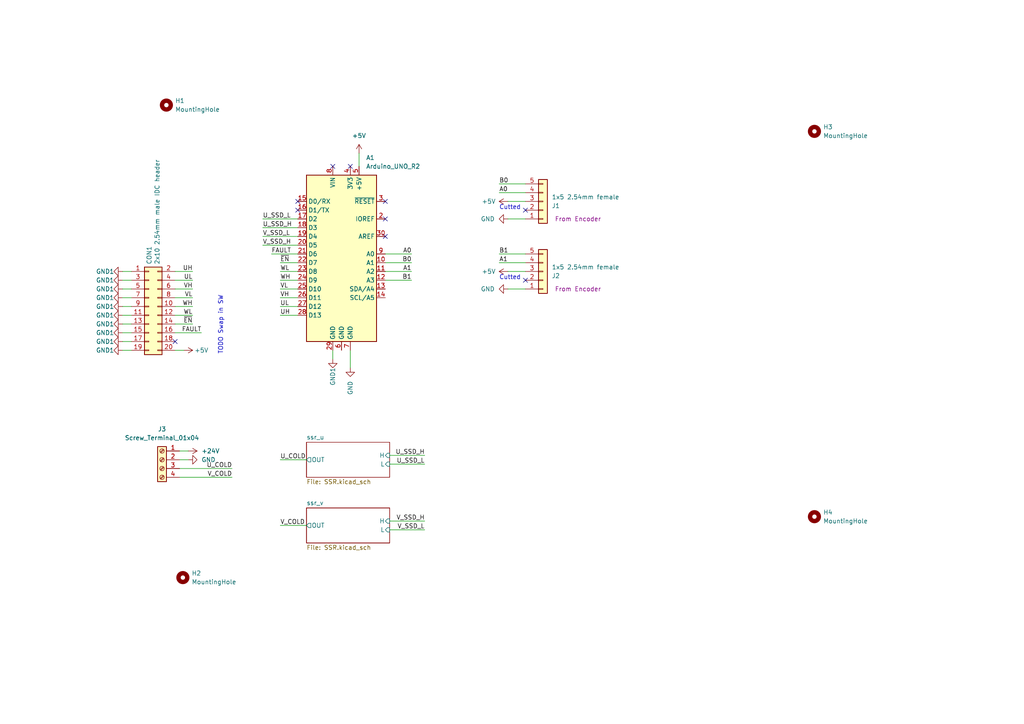
<source format=kicad_sch>
(kicad_sch (version 20211123) (generator eeschema)
  (paper "A4")
  (lib_symbols
    (symbol "Connector:Screw_Terminal_01x04" (pin_names (offset 1.016) hide)
      (property "Reference" "J" (at 0 5.08 0))
      (property "Value" "Screw_Terminal_01x04" (at 0 -7.62 0))
      (symbol "Screw_Terminal_01x04_1_1"
        (rectangle (start -1.27 3.81) (end 1.27 -6.35) (stroke (width 0.254)) (fill (type background)))
        (circle (center 0 -5.08) (radius 0.635) (stroke (width 0.1524)))
        (circle (center 0 -2.54) (radius 0.635) (stroke (width 0.1524)))
        (polyline (pts (xy -0.5334 -4.7498) (xy 0.3302 -5.588)) (stroke (width 0.1524)))
        (polyline (pts (xy -0.5334 -2.2098) (xy 0.3302 -3.048)) (stroke (width 0.1524)))
        (polyline (pts (xy -0.5334 0.3302) (xy 0.3302 -0.508)) (stroke (width 0.1524)))
        (polyline (pts (xy -0.5334 2.8702) (xy 0.3302 2.032)) (stroke (width 0.1524)))
        (polyline (pts (xy -0.3556 -4.572) (xy 0.508 -5.4102)) (stroke (width 0.1524)))
        (polyline (pts (xy -0.3556 -2.032) (xy 0.508 -2.8702)) (stroke (width 0.1524)))
        (polyline (pts (xy -0.3556 0.508) (xy 0.508 -0.3302)) (stroke (width 0.1524)))
        (polyline (pts (xy -0.3556 3.048) (xy 0.508 2.2098)) (stroke (width 0.1524)))
        (circle (center 0 0) (radius 0.635) (stroke (width 0.1524)))
        (circle (center 0 2.54) (radius 0.635) (stroke (width 0.1524)))
        (pin passive line (at -5.08 2.54 0) (length 3.81) (name "Pin_1") (number "1"))
        (pin passive line (at -5.08 0 0) (length 3.81) (name "Pin_2") (number "2"))
        (pin passive line (at -5.08 -2.54 0) (length 3.81) (name "Pin_3") (number "3"))
        (pin passive line (at -5.08 -5.08 0) (length 3.81) (name "Pin_4") (number "4"))
      )
    )
    (symbol "Connector_Generic:Conn_01x05" (pin_names (offset 1.016) hide)
      (property "Reference" "J" (at 0 7.62 0))
      (property "Value" "Conn_01x05" (at 0 -7.62 0))
      (symbol "Conn_01x05_1_1"
        (rectangle (start -1.27 -4.953) (end 0 -5.207) (stroke (width 0.1524)))
        (rectangle (start -1.27 -2.413) (end 0 -2.667) (stroke (width 0.1524)))
        (rectangle (start -1.27 0.127) (end 0 -0.127) (stroke (width 0.1524)))
        (rectangle (start -1.27 2.667) (end 0 2.413) (stroke (width 0.1524)))
        (rectangle (start -1.27 5.207) (end 0 4.953) (stroke (width 0.1524)))
        (rectangle (start -1.27 6.35) (end 1.27 -6.35) (stroke (width 0.254)) (fill (type background)))
        (pin passive line (at -5.08 5.08 0) (length 3.81) (name "Pin_1") (number "1"))
        (pin passive line (at -5.08 2.54 0) (length 3.81) (name "Pin_2") (number "2"))
        (pin passive line (at -5.08 0 0) (length 3.81) (name "Pin_3") (number "3"))
        (pin passive line (at -5.08 -2.54 0) (length 3.81) (name "Pin_4") (number "4"))
        (pin passive line (at -5.08 -5.08 0) (length 3.81) (name "Pin_5") (number "5"))
      )
    )
    (symbol "Connector_Generic:Conn_02x10_Odd_Even" (pin_names (offset 1.016) hide)
      (property "Reference" "J" (at 1.27 12.7 0))
      (property "Value" "Conn_02x10_Odd_Even" (at 1.27 -15.24 0))
      (symbol "Conn_02x10_Odd_Even_1_1"
        (rectangle (start -1.27 -12.573) (end 0 -12.827) (stroke (width 0.1524)))
        (rectangle (start -1.27 -10.033) (end 0 -10.287) (stroke (width 0.1524)))
        (rectangle (start -1.27 -7.493) (end 0 -7.747) (stroke (width 0.1524)))
        (rectangle (start -1.27 -4.953) (end 0 -5.207) (stroke (width 0.1524)))
        (rectangle (start -1.27 -2.413) (end 0 -2.667) (stroke (width 0.1524)))
        (rectangle (start -1.27 0.127) (end 0 -0.127) (stroke (width 0.1524)))
        (rectangle (start -1.27 2.667) (end 0 2.413) (stroke (width 0.1524)))
        (rectangle (start -1.27 5.207) (end 0 4.953) (stroke (width 0.1524)))
        (rectangle (start -1.27 7.747) (end 0 7.493) (stroke (width 0.1524)))
        (rectangle (start -1.27 10.287) (end 0 10.033) (stroke (width 0.1524)))
        (rectangle (start -1.27 11.43) (end 3.81 -13.97) (stroke (width 0.254)) (fill (type background)))
        (rectangle (start 3.81 -12.573) (end 2.54 -12.827) (stroke (width 0.1524)))
        (rectangle (start 3.81 -10.033) (end 2.54 -10.287) (stroke (width 0.1524)))
        (rectangle (start 3.81 -7.493) (end 2.54 -7.747) (stroke (width 0.1524)))
        (rectangle (start 3.81 -4.953) (end 2.54 -5.207) (stroke (width 0.1524)))
        (rectangle (start 3.81 -2.413) (end 2.54 -2.667) (stroke (width 0.1524)))
        (rectangle (start 3.81 0.127) (end 2.54 -0.127) (stroke (width 0.1524)))
        (rectangle (start 3.81 2.667) (end 2.54 2.413) (stroke (width 0.1524)))
        (rectangle (start 3.81 5.207) (end 2.54 4.953) (stroke (width 0.1524)))
        (rectangle (start 3.81 7.747) (end 2.54 7.493) (stroke (width 0.1524)))
        (rectangle (start 3.81 10.287) (end 2.54 10.033) (stroke (width 0.1524)))
        (pin passive line (at -5.08 10.16 0) (length 3.81) (name "Pin_1") (number "1"))
        (pin passive line (at 7.62 0 180) (length 3.81) (name "Pin_10") (number "10"))
        (pin passive line (at -5.08 -2.54 0) (length 3.81) (name "Pin_11") (number "11"))
        (pin passive line (at 7.62 -2.54 180) (length 3.81) (name "Pin_12") (number "12"))
        (pin passive line (at -5.08 -5.08 0) (length 3.81) (name "Pin_13") (number "13"))
        (pin passive line (at 7.62 -5.08 180) (length 3.81) (name "Pin_14") (number "14"))
        (pin passive line (at -5.08 -7.62 0) (length 3.81) (name "Pin_15") (number "15"))
        (pin passive line (at 7.62 -7.62 180) (length 3.81) (name "Pin_16") (number "16"))
        (pin passive line (at -5.08 -10.16 0) (length 3.81) (name "Pin_17") (number "17"))
        (pin passive line (at 7.62 -10.16 180) (length 3.81) (name "Pin_18") (number "18"))
        (pin passive line (at -5.08 -12.7 0) (length 3.81) (name "Pin_19") (number "19"))
        (pin passive line (at 7.62 10.16 180) (length 3.81) (name "Pin_2") (number "2"))
        (pin passive line (at 7.62 -12.7 180) (length 3.81) (name "Pin_20") (number "20"))
        (pin passive line (at -5.08 7.62 0) (length 3.81) (name "Pin_3") (number "3"))
        (pin passive line (at 7.62 7.62 180) (length 3.81) (name "Pin_4") (number "4"))
        (pin passive line (at -5.08 5.08 0) (length 3.81) (name "Pin_5") (number "5"))
        (pin passive line (at 7.62 5.08 180) (length 3.81) (name "Pin_6") (number "6"))
        (pin passive line (at -5.08 2.54 0) (length 3.81) (name "Pin_7") (number "7"))
        (pin passive line (at 7.62 2.54 180) (length 3.81) (name "Pin_8") (number "8"))
        (pin passive line (at -5.08 0 0) (length 3.81) (name "Pin_9") (number "9"))
      )
    )
    (symbol "MCU_Module:Arduino_UNO_R2"
      (property "Reference" "A" (at -10.16 23.495 0))
      (property "Value" "Arduino_UNO_R2" (at 5.08 -26.67 0))
      (symbol "Arduino_UNO_R2_0_1"
        (rectangle (start -10.16 22.86) (end 10.16 -25.4) (stroke (width 0.254)) (fill (type background)))
      )
      (symbol "Arduino_UNO_R2_1_1"
        (pin no_connect line (at -10.16 -20.32 0) (length 2.54) hide (name "NC") (number "1"))
        (pin bidirectional line (at 12.7 -2.54 180) (length 2.54) (name "A1") (number "10"))
        (pin bidirectional line (at 12.7 -5.08 180) (length 2.54) (name "A2") (number "11"))
        (pin bidirectional line (at 12.7 -7.62 180) (length 2.54) (name "A3") (number "12"))
        (pin bidirectional line (at 12.7 -10.16 180) (length 2.54) (name "SDA/A4") (number "13"))
        (pin bidirectional line (at 12.7 -12.7 180) (length 2.54) (name "SCL/A5") (number "14"))
        (pin bidirectional line (at -12.7 15.24 0) (length 2.54) (name "D0/RX") (number "15"))
        (pin bidirectional line (at -12.7 12.7 0) (length 2.54) (name "D1/TX") (number "16"))
        (pin bidirectional line (at -12.7 10.16 0) (length 2.54) (name "D2") (number "17"))
        (pin bidirectional line (at -12.7 7.62 0) (length 2.54) (name "D3") (number "18"))
        (pin bidirectional line (at -12.7 5.08 0) (length 2.54) (name "D4") (number "19"))
        (pin output line (at 12.7 10.16 180) (length 2.54) (name "IOREF") (number "2"))
        (pin bidirectional line (at -12.7 2.54 0) (length 2.54) (name "D5") (number "20"))
        (pin bidirectional line (at -12.7 0 0) (length 2.54) (name "D6") (number "21"))
        (pin bidirectional line (at -12.7 -2.54 0) (length 2.54) (name "D7") (number "22"))
        (pin bidirectional line (at -12.7 -5.08 0) (length 2.54) (name "D8") (number "23"))
        (pin bidirectional line (at -12.7 -7.62 0) (length 2.54) (name "D9") (number "24"))
        (pin bidirectional line (at -12.7 -10.16 0) (length 2.54) (name "D10") (number "25"))
        (pin bidirectional line (at -12.7 -12.7 0) (length 2.54) (name "D11") (number "26"))
        (pin bidirectional line (at -12.7 -15.24 0) (length 2.54) (name "D12") (number "27"))
        (pin bidirectional line (at -12.7 -17.78 0) (length 2.54) (name "D13") (number "28"))
        (pin power_in line (at -2.54 -27.94 90) (length 2.54) (name "GND") (number "29"))
        (pin input line (at 12.7 15.24 180) (length 2.54) (name "~{RESET}") (number "3"))
        (pin input line (at 12.7 5.08 180) (length 2.54) (name "AREF") (number "30"))
        (pin power_out line (at 2.54 25.4 270) (length 2.54) (name "3V3") (number "4"))
        (pin power_out line (at 5.08 25.4 270) (length 2.54) (name "+5V") (number "5"))
        (pin power_in line (at 0 -27.94 90) (length 2.54) (name "GND") (number "6"))
        (pin power_in line (at 2.54 -27.94 90) (length 2.54) (name "GND") (number "7"))
        (pin power_in line (at -2.54 25.4 270) (length 2.54) (name "VIN") (number "8"))
        (pin bidirectional line (at 12.7 0 180) (length 2.54) (name "A0") (number "9"))
      )
    )
    (symbol "Mechanical:MountingHole" (pin_names (offset 1.016))
      (property "Reference" "H" (at 0 5.08 0))
      (property "Value" "MountingHole" (at 0 3.175 0))
      (symbol "MountingHole_0_1"
        (circle (center 0 0) (radius 1.27) (stroke (width 1.27)))
      )
    )
    (symbol "power:+24V" (power) (pin_names (offset 0))
      (property "Value" "+24V" (at 0 3.556 0))
      (symbol "+24V_0_1"
        (polyline (pts (xy -0.762 1.27) (xy 0 2.54)))
        (polyline (pts (xy 0 0) (xy 0 2.54)))
        (polyline (pts (xy 0 2.54) (xy 0.762 1.27)))
      )
      (symbol "+24V_1_1"
        (pin power_in line (at 0 0 90) (length 0) hide (name "+24V") (number "1"))
      )
    )
    (symbol "power:+5V" (power) (pin_names (offset 0))
      (property "Value" "+5V" (at 0 3.556 0))
      (symbol "+5V_0_1"
        (polyline (pts (xy -0.762 1.27) (xy 0 2.54)))
        (polyline (pts (xy 0 0) (xy 0 2.54)))
        (polyline (pts (xy 0 2.54) (xy 0.762 1.27)))
      )
      (symbol "+5V_1_1"
        (pin power_in line (at 0 0 90) (length 0) hide (name "+5V") (number "1"))
      )
    )
    (symbol "power:GND" (power) (pin_names (offset 0))
      (property "Value" "GND" (at 0 -3.81 0))
      (symbol "GND_0_1"
        (polyline (pts (xy 0 0) (xy 0 -1.27) (xy 1.27 -1.27) (xy 0 -2.54) (xy -1.27 -1.27) (xy 0 -1.27)))
      )
      (symbol "GND_1_1"
        (pin power_in line (at 0 0 270) (length 0) hide (name "GND") (number "1"))
      )
    )
    (symbol "power:GND1" (power) (pin_names (offset 0))
      (property "Value" "GND1" (at 0 -3.81 0))
      (symbol "GND1_0_1"
        (polyline (pts (xy 0 0) (xy 0 -1.27) (xy 1.27 -1.27) (xy 0 -2.54) (xy -1.27 -1.27) (xy 0 -1.27)))
      )
      (symbol "GND1_1_1"
        (pin power_in line (at 0 0 270) (length 0) hide (name "GND1") (number "1"))
      )
    )
  )
  (no_connect (at 96.52 48.26))
  (no_connect (at 101.6 48.26))
  (no_connect (at 86.36 58.42))
  (no_connect (at 50.8 99.06))
  (no_connect (at 86.36 60.96))
  (no_connect (at 111.76 58.42))
  (no_connect (at 111.76 63.5))
  (no_connect (at 152.4 60.96))
  (no_connect (at 111.76 68.58))
  (no_connect (at 152.4 81.28))
  (wire (pts (xy 35.56 88.9) (xy 38.1 88.9)))
  (wire (pts (xy 86.36 63.5) (xy 76.2 63.5)))
  (wire (pts (xy 86.36 66.04) (xy 76.2 66.04)))
  (wire (pts (xy 86.36 76.2) (xy 81.28 76.2)))
  (wire (pts (xy 35.56 93.98) (xy 38.1 93.98)))
  (wire (pts (xy 81.28 83.82) (xy 86.36 83.82)))
  (wire (pts (xy 35.56 83.82) (xy 38.1 83.82)))
  (wire (pts (xy 52.07 130.81) (xy 54.61 130.81)))
  (wire (pts (xy 86.36 71.12) (xy 76.2 71.12)))
  (wire (pts (xy 111.76 76.2) (xy 119.38 76.2)))
  (wire (pts (xy 35.56 81.28) (xy 38.1 81.28)))
  (wire (pts (xy 81.28 91.44) (xy 86.36 91.44)))
  (wire (pts (xy 35.56 78.74) (xy 38.1 78.74)))
  (wire (pts (xy 86.36 68.58) (xy 76.2 68.58)))
  (wire (pts (xy 35.56 91.44) (xy 38.1 91.44)))
  (wire (pts (xy 86.36 73.66) (xy 78.74 73.66)))
  (wire (pts (xy 55.88 78.74) (xy 50.8 78.74)))
  (wire (pts (xy 147.32 78.74) (xy 152.4 78.74)))
  (wire (pts (xy 88.9 133.35) (xy 81.28 133.35)))
  (wire (pts (xy 113.03 151.13) (xy 123.19 151.13)))
  (wire (pts (xy 55.88 91.44) (xy 50.8 91.44)))
  (wire (pts (xy 113.03 134.62) (xy 123.19 134.62)))
  (wire (pts (xy 53.34 101.6) (xy 50.8 101.6)))
  (wire (pts (xy 88.9 152.4) (xy 81.28 152.4)))
  (wire (pts (xy 50.8 96.52) (xy 58.42 96.52)))
  (wire (pts (xy 96.52 104.14) (xy 96.52 101.6)))
  (wire (pts (xy 35.56 96.52) (xy 38.1 96.52)))
  (wire (pts (xy 55.88 83.82) (xy 50.8 83.82)))
  (wire (pts (xy 111.76 78.74) (xy 119.38 78.74)))
  (wire (pts (xy 147.32 83.82) (xy 152.4 83.82)))
  (wire (pts (xy 50.8 93.98) (xy 55.88 93.98)))
  (wire (pts (xy 152.4 76.2) (xy 144.78 76.2)))
  (wire (pts (xy 35.56 101.6) (xy 38.1 101.6)))
  (wire (pts (xy 113.03 132.08) (xy 123.19 132.08)))
  (wire (pts (xy 147.32 58.42) (xy 152.4 58.42)))
  (wire (pts (xy 81.28 78.74) (xy 86.36 78.74)))
  (wire (pts (xy 152.4 53.34) (xy 144.78 53.34)))
  (wire (pts (xy 104.14 44.45) (xy 104.14 48.26)))
  (wire (pts (xy 52.07 138.43) (xy 67.31 138.43)))
  (wire (pts (xy 52.07 135.89) (xy 67.31 135.89)))
  (wire (pts (xy 55.88 86.36) (xy 50.8 86.36)))
  (wire (pts (xy 111.76 73.66) (xy 119.38 73.66)))
  (wire (pts (xy 147.32 63.5) (xy 152.4 63.5)))
  (wire (pts (xy 55.88 88.9) (xy 50.8 88.9)))
  (wire (pts (xy 81.28 88.9) (xy 86.36 88.9)))
  (wire (pts (xy 55.88 81.28) (xy 50.8 81.28)))
  (wire (pts (xy 81.28 81.28) (xy 86.36 81.28)))
  (wire (pts (xy 152.4 55.88) (xy 144.78 55.88)))
  (wire (pts (xy 35.56 99.06) (xy 38.1 99.06)))
  (wire (pts (xy 35.56 86.36) (xy 38.1 86.36)))
  (wire (pts (xy 152.4 73.66) (xy 144.78 73.66)))
  (wire (pts (xy 81.28 86.36) (xy 86.36 86.36)))
  (wire (pts (xy 52.07 133.35) (xy 54.61 133.35)))
  (wire (pts (xy 111.76 81.28) (xy 119.38 81.28)))
  (wire (pts (xy 113.03 153.67) (xy 123.19 153.67)))
  (wire (pts (xy 101.6 106.68) (xy 101.6 101.6)))
  (text "TODO Swap in SW" (at 64.77 102.87 90) (effects (font (size 1.27 1.27)) (justify left bottom)))
  (text "Cutted" (at 144.78 81.28 0) (effects (font (size 1.27 1.27)) (justify left bottom)))
  (text "Cutted" (at 144.78 60.96 0) (effects (font (size 1.27 1.27)) (justify left bottom)))
  (label "V_SSD_H" (at 123.19 151.13 180))
  (label "VL" (at 55.88 86.36 180))
  (label "U_COLD" (at 81.28 133.35 0))
  (label "V_SSD_L" (at 123.19 153.67 180))
  (label "A0" (at 144.78 55.88 0))
  (label "UH" (at 81.28 91.44 0))
  (label "VH" (at 55.88 83.82 180))
  (label "VL" (at 81.28 83.82 0))
  (label "FAULT" (at 58.42 96.52 180))
  (label "B1" (at 144.78 73.66 0))
  (label "UL" (at 81.28 88.9 0))
  (label "V_SSD_H" (at 76.2 71.12 0))
  (label "U_COLD" (at 67.31 135.89 180))
  (label "~{EN}" (at 55.88 93.98 180))
  (label "B1" (at 119.38 81.28 180))
  (label "U_SSD_H" (at 76.2 66.04 0))
  (label "VH" (at 81.28 86.36 0))
  (label "~{EN}" (at 81.28 76.2 0))
  (label "WH" (at 81.28 81.28 0))
  (label "FAULT" (at 78.74 73.66 0))
  (label "A0" (at 119.38 73.66 180))
  (label "WH" (at 55.88 88.9 180))
  (label "UH" (at 55.88 78.74 180))
  (label "V_SSD_L" (at 76.2 68.58 0))
  (label "B0" (at 119.38 76.2 180))
  (label "U_SSD_H" (at 123.19 132.08 180))
  (label "A1" (at 144.78 76.2 0))
  (label "V_COLD" (at 67.31 138.43 180))
  (label "UL" (at 55.88 81.28 180))
  (label "U_SSD_L" (at 76.2 63.5 0))
  (label "V_COLD" (at 81.28 152.4 0))
  (label "WL" (at 55.88 91.44 180))
  (label "U_SSD_L" (at 123.19 134.62 180))
  (label "B0" (at 144.78 53.34 0))
  (label "WL" (at 81.28 78.74 0))
  (label "A1" (at 119.38 78.74 180))
  (symbol (lib_id "MCU_Module:Arduino_UNO_R2") (at 99.06 73.66 0) (unit 1)
    (property "Reference" "A1" (at 106.1594 45.72 0) (effects (justify left)))
    (property "Value" "Arduino_UNO_R2" (at 106.1594 48.26 0) (effects (justify left)))
    (property "Footprint" "For_Rasterboard:Arduino_UNO_R3_WithMountingHoles_Snapped_to_P2.54mm" (effects hide))
    (property "Datasheet" "https://www.arduino.cc/en/Main/arduinoBoardUno" (effects hide))
  )
  (symbol (lib_id "power:+24V") (at 54.61 130.81 270) (unit 1)
    (property "Reference" "#PWR01" (effects hide))
    (property "Value" "+24V" (at 58.42 130.8099 90) (effects (justify left)))
  )
  (symbol (lib_id "power:GND") (at 147.32 83.82 270) (unit 1)
    (property "Reference" "#PWR0113" (effects hide))
    (property "Value" "GND" (at 143.51 83.8199 90) (effects (justify right)))
  )
  (symbol (lib_id "Connector:Screw_Terminal_01x04") (at 46.99 133.35 0) (mirror y) (unit 1)
    (property "Reference" "J3" (at 46.99 124.46 0))
    (property "Value" "Screw_Terminal_01x04" (at 46.99 127 0))
    (property "Footprint" "TerminalBlock:TerminalBlock_bornier-4_P5.08mm" (effects hide))
  )
  (symbol (lib_id "power:GND1") (at 35.56 93.98 270) (unit 1)
    (property "Reference" "#PWR0108" (effects hide))
    (property "Value" "GND1" (at 30.48 93.98 90))
  )
  (symbol (lib_id "power:GND1") (at 35.56 101.6 270) (unit 1)
    (property "Reference" "#PWR0109" (effects hide))
    (property "Value" "GND1" (at 30.48 101.6 90))
  )
  (symbol (lib_id "power:+5V") (at 53.34 101.6 270) (unit 1)
    (property "Reference" "#PWR0117" (effects hide))
    (property "Value" "+5V" (at 58.42 101.6 90))
  )
  (symbol (lib_id "power:GND") (at 147.32 63.5 270) (unit 1)
    (property "Reference" "#PWR0114" (effects hide))
    (property "Value" "GND" (at 143.51 63.4999 90) (effects (justify right)))
  )
  (symbol (lib_id "power:+5V") (at 147.32 78.74 90) (unit 1)
    (property "Reference" "#PWR0112" (effects hide))
    (property "Value" "+5V" (at 139.7 78.74 90) (effects (justify right)))
  )
  (symbol (lib_id "power:+5V") (at 147.32 58.42 90) (unit 1)
    (property "Reference" "#PWR0115" (effects hide))
    (property "Value" "+5V" (at 139.7 58.42 90) (effects (justify right)))
  )
  (symbol (lib_id "power:GND1") (at 96.52 104.14 0) (unit 1)
    (property "Reference" "#PWR0116" (effects hide))
    (property "Value" "GND1" (at 96.52 109.22 90))
  )
  (symbol (lib_id "power:GND1") (at 35.56 86.36 270) (unit 1)
    (property "Reference" "#PWR0102" (effects hide))
    (property "Value" "GND1" (at 30.48 86.36 90))
  )
  (symbol (lib_id "Mechanical:MountingHole") (at 53.0417 167.5266 0) (unit 1)
    (property "Reference" "H2" (at 55.5817 166.2565 0) (effects (justify left)))
    (property "Value" "MountingHole" (at 55.5817 168.7965 0) (effects (justify left)))
    (property "Footprint" "MountingHole:MountingHole_3mm" (effects hide))
  )
  (symbol (lib_id "power:GND1") (at 35.56 81.28 270) (unit 1)
    (property "Reference" "#PWR0101" (effects hide))
    (property "Value" "GND1" (at 30.48 81.28 90))
  )
  (symbol (lib_id "power:GND1") (at 35.56 91.44 270) (unit 1)
    (property "Reference" "#PWR0105" (effects hide))
    (property "Value" "GND1" (at 30.48 91.44 90))
  )
  (symbol (lib_id "power:GND") (at 101.6 106.68 0) (unit 1)
    (property "Reference" "#PWR0118" (effects hide))
    (property "Value" "GND" (at 101.5999 110.49 90) (effects (justify right)))
  )
  (symbol (lib_id "Connector_Generic:Conn_01x05") (at 157.48 58.42 0) (mirror x) (unit 1)
    (property "Reference" "J1" (at 160.02 59.6901 0) (effects (justify left)))
    (property "Value" "1x5 2.54mm female" (at 160.02 57.1501 0) (effects (justify left)))
    (property "Footprint" "Connector_PinSocket_2.54mm:PinSocket_1x05_P2.54mm_Vertical" (effects hide))
    (property "Comment" "From Encoder" (at 167.64 63.5 0))
  )
  (symbol (lib_id "Connector_Generic:Conn_02x10_Odd_Even") (at 43.18 88.9 0) (unit 1)
    (property "Reference" "CON1" (at 43.2816 76.708 90) (effects (justify left)))
    (property "Value" "2x10 2.54mm male IDC header" (at 45.593 76.708 90) (effects (justify left)))
    (property "Footprint" "Connector_IDC:IDC-Header_2x10_P2.54mm_Vertical" (effects hide))
  )
  (symbol (lib_id "Mechanical:MountingHole") (at 236.22 38.1 0) (unit 1)
    (property "Reference" "H3" (at 238.76 36.8299 0) (effects (justify left)))
    (property "Value" "MountingHole" (at 238.76 39.3699 0) (effects (justify left)))
    (property "Footprint" "MountingHole:MountingHole_3mm" (effects hide))
  )
  (symbol (lib_id "Mechanical:MountingHole") (at 236.22 149.86 0) (unit 1)
    (property "Reference" "H4" (at 238.76 148.5899 0) (effects (justify left)))
    (property "Value" "MountingHole" (at 238.76 151.1299 0) (effects (justify left)))
    (property "Footprint" "MountingHole:MountingHole_3mm" (effects hide))
  )
  (symbol (lib_id "power:GND1") (at 35.56 96.52 270) (unit 1)
    (property "Reference" "#PWR0106" (effects hide))
    (property "Value" "GND1" (at 30.48 96.52 90))
  )
  (symbol (lib_id "power:GND") (at 54.61 133.35 90) (unit 1)
    (property "Reference" "#PWR02" (effects hide))
    (property "Value" "GND" (at 58.42 133.3499 90) (effects (justify right)))
  )
  (symbol (lib_id "power:GND1") (at 35.56 88.9 270) (unit 1)
    (property "Reference" "#PWR0107" (effects hide))
    (property "Value" "GND1" (at 30.48 88.9 90))
  )
  (symbol (lib_id "Mechanical:MountingHole") (at 48.26 30.48 0) (unit 1)
    (property "Reference" "H1" (at 50.8 29.2099 0) (effects (justify left)))
    (property "Value" "MountingHole" (at 50.8 31.7499 0) (effects (justify left)))
    (property "Footprint" "MountingHole:MountingHole_3mm" (effects hide))
  )
  (symbol (lib_id "power:+5V") (at 104.14 44.45 0) (unit 1)
    (property "Reference" "#PWR0111" (effects hide))
    (property "Value" "+5V" (at 104.14 39.37 0))
  )
  (symbol (lib_id "power:GND1") (at 35.56 78.74 270) (unit 1)
    (property "Reference" "#PWR0104" (effects hide))
    (property "Value" "GND1" (at 30.48 78.74 90))
  )
  (symbol (lib_id "power:GND1") (at 35.56 83.82 270) (unit 1)
    (property "Reference" "#PWR0103" (effects hide))
    (property "Value" "GND1" (at 30.48 83.82 90))
  )
  (symbol (lib_id "power:GND1") (at 35.56 99.06 270) (unit 1)
    (property "Reference" "#PWR0110" (effects hide))
    (property "Value" "GND1" (at 30.48 99.06 90))
  )
  (symbol (lib_id "Connector_Generic:Conn_01x05") (at 157.48 78.74 0) (mirror x) (unit 1)
    (property "Reference" "J2" (at 160.02 80.0101 0) (effects (justify left)))
    (property "Value" "1x5 2.54mm female" (at 160.02 77.4701 0) (effects (justify left)))
    (property "Footprint" "Connector_PinSocket_2.54mm:PinSocket_1x05_P2.54mm_Vertical" (effects hide))
    (property "Comment" "From Encoder" (at 167.64 83.82 0))
  )
  (sheet (at 88.9 147.32) (size 24.13 10.16) (stroke (width 0.1524))
    (property "Sheet name" "ssr_v" (at 88.9 146.6084 0) (effects (justify left bottom)))
    (property "Sheet file" "SSR.kicad_sch" (at 88.9 158.0646 0) (effects (justify left top)))
    (pin "L" input (at 113.03 153.67 0))
    (pin "H" input (at 113.03 151.13 0))
    (pin "OUT" output (at 88.9 152.4 180))
  )
  (sheet (at 88.9 128.27) (size 24.13 10.16) (stroke (width 0.1524))
    (property "Sheet name" "ssr_u" (at 88.9 127.5584 0) (effects (justify left bottom)))
    (property "Sheet file" "SSR.kicad_sch" (at 88.9 139.0146 0) (effects (justify left top)))
    (pin "L" input (at 113.03 134.62 0))
    (pin "H" input (at 113.03 132.08 0))
    (pin "OUT" output (at 88.9 133.35 180))
  )
)
</source>
